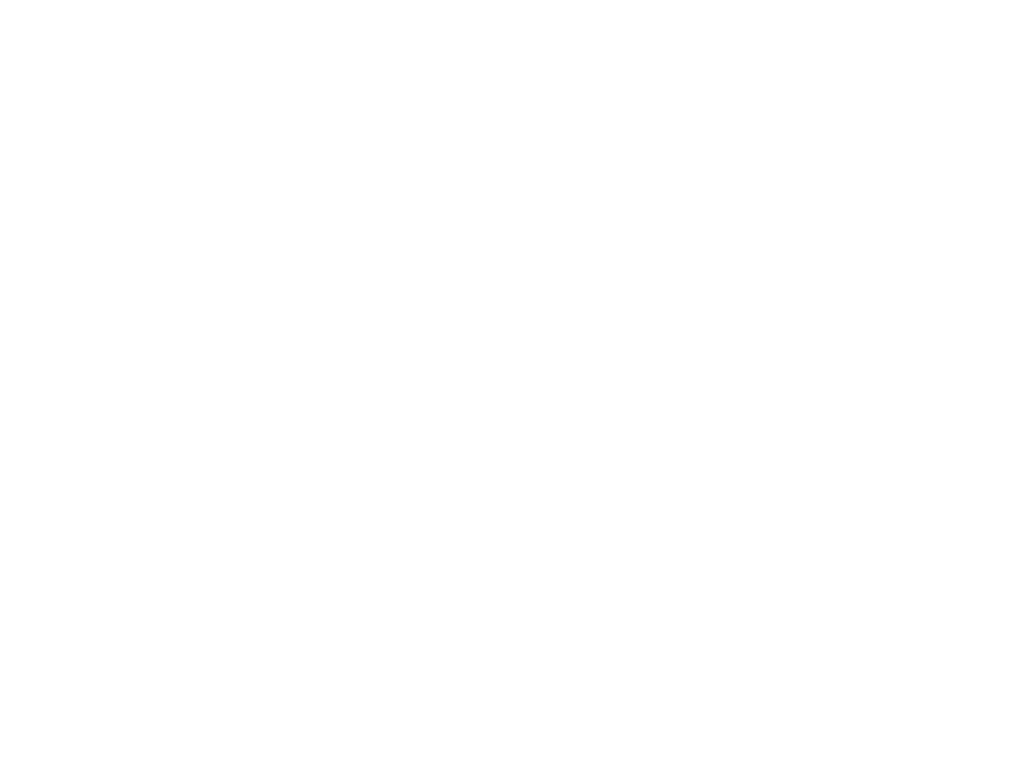
<source format=kicad_pcb>
(kicad_pcb (version 20171130) (host pcbnew "(5.1.6-0-10_14)")

  (general
    (thickness 1.6)
    (drawings 534)
    (tracks 0)
    (zones 0)
    (modules 0)
    (nets 1)
  )

  (page A4)
  (title_block
    (title "Torn Keyboard - Left")
    (rev 2.0)
  )

  (layers
    (0 F.Cu signal)
    (31 B.Cu signal)
    (32 B.Adhes user)
    (33 F.Adhes user)
    (34 B.Paste user)
    (35 F.Paste user)
    (36 B.SilkS user)
    (37 F.SilkS user)
    (38 B.Mask user)
    (39 F.Mask user)
    (40 Dwgs.User user)
    (41 Cmts.User user)
    (42 Eco1.User user)
    (43 Eco2.User user)
    (44 Edge.Cuts user)
    (45 Margin user)
    (46 B.CrtYd user)
    (47 F.CrtYd user)
    (48 B.Fab user)
    (49 F.Fab user)
  )

  (setup
    (last_trace_width 0.3)
    (user_trace_width 0.25)
    (user_trace_width 0.3)
    (user_trace_width 0.4)
    (user_trace_width 0.6)
    (trace_clearance 0.2)
    (zone_clearance 0.508)
    (zone_45_only no)
    (trace_min 0.15)
    (via_size 1)
    (via_drill 0.6)
    (via_min_size 0.4)
    (via_min_drill 0.3)
    (user_via 1.7 1)
    (uvia_size 0.3)
    (uvia_drill 0.1)
    (uvias_allowed no)
    (uvia_min_size 0.2)
    (uvia_min_drill 0.1)
    (edge_width 0.15)
    (segment_width 0.2)
    (pcb_text_width 0.2)
    (pcb_text_size 1 1)
    (mod_edge_width 0.15)
    (mod_text_size 1 1)
    (mod_text_width 0.15)
    (pad_size 4 4)
    (pad_drill 4)
    (pad_to_mask_clearance 0.2)
    (solder_mask_min_width 0.2)
    (aux_axis_origin 0 0)
    (visible_elements FFFFFF7F)
    (pcbplotparams
      (layerselection 0x010fc_ffffffff)
      (usegerberextensions true)
      (usegerberattributes true)
      (usegerberadvancedattributes true)
      (creategerberjobfile true)
      (excludeedgelayer true)
      (linewidth 0.100000)
      (plotframeref false)
      (viasonmask false)
      (mode 1)
      (useauxorigin false)
      (hpglpennumber 1)
      (hpglpenspeed 20)
      (hpglpendiameter 15.000000)
      (psnegative false)
      (psa4output false)
      (plotreference true)
      (plotvalue true)
      (plotinvisibletext false)
      (padsonsilk false)
      (subtractmaskfromsilk false)
      (outputformat 1)
      (mirror false)
      (drillshape 0)
      (scaleselection 1)
      (outputdirectory "gerber/"))
  )

  (net 0 "")

  (net_class Default "This is the default net class."
    (clearance 0.2)
    (trace_width 0.3)
    (via_dia 1)
    (via_drill 0.6)
    (uvia_dia 0.3)
    (uvia_drill 0.1)
  )

  (net_class Power ""
    (clearance 0.3)
    (trace_width 0.6)
    (via_dia 1.2)
    (via_drill 0.8)
    (uvia_dia 0.3)
    (uvia_drill 0.1)
  )

  (gr_line (start 58.65622 50.9016) (end 58.52922 50.9016) (layer Dwgs.User) (width 0.2))
  (gr_line (start 184.96534 145.21942) (end 193.66484 134.20852) (layer Dwgs.User) (width 0.2))
  (gr_line (start 144.64792 125.55728) (end 142.56258 125.02896) (layer Dwgs.User) (width 0.2))
  (gr_line (start 146.71802 126.1364) (end 144.64792 125.55728) (layer Dwgs.User) (width 0.2))
  (gr_line (start 148.7678 126.76886) (end 146.71802 126.1364) (layer Dwgs.User) (width 0.2))
  (gr_line (start 96.93656 49.17948) (end 96.93656 63.17996) (layer Dwgs.User) (width 0.2))
  (gr_line (start 167.93464 51.55438) (end 153.9367 51.55438) (layer Dwgs.User) (width 0.2))
  (gr_line (start 180.8861 145.9484) (end 181.08676 146.06778) (layer Dwgs.User) (width 0.2))
  (gr_line (start 180.69306 145.81378) (end 180.8861 145.9484) (layer Dwgs.User) (width 0.2))
  (gr_line (start 129.93624 105.70464) (end 115.93576 105.70464) (layer Dwgs.User) (width 0.2))
  (gr_line (start 172.1739 113.04778) (end 193.17208 129.90576) (layer Dwgs.User) (width 0.2))
  (gr_line (start 153.9367 65.55486) (end 167.93464 65.55486) (layer Dwgs.User) (width 0.2))
  (gr_line (start 167.93464 65.55486) (end 167.93464 51.55438) (layer Dwgs.User) (width 0.2))
  (gr_line (start 57.11698 51.40452) (end 57.32272 51.26736) (layer Dwgs.User) (width 0.2))
  (gr_line (start 57.32272 51.26736) (end 57.54116 51.15052) (layer Dwgs.User) (width 0.2))
  (gr_line (start 72.9361 67.92976) (end 72.9361 53.929279) (layer Dwgs.User) (width 0.2))
  (gr_line (start 115.93576 46.80458) (end 115.93576 60.80506) (layer Dwgs.User) (width 0.2))
  (gr_line (start 171.56176 127.61722) (end 171.49826 127.8382) (layer Dwgs.User) (width 0.2))
  (gr_line (start 172.82668 128.9812) (end 172.90034 128.9558) (layer Dwgs.User) (width 0.2))
  (gr_line (start 173.61662 139.84986) (end 171.83608 138.52652) (layer Dwgs.User) (width 0.2))
  (gr_line (start 175.37684 141.224) (end 173.61662 139.84986) (layer Dwgs.User) (width 0.2))
  (gr_line (start 177.11166 142.65148) (end 175.37684 141.224) (layer Dwgs.User) (width 0.2))
  (gr_line (start 150.7998 127.4572) (end 148.7678 126.76886) (layer Dwgs.User) (width 0.2))
  (gr_line (start 152.81402 128.19888) (end 150.7998 127.4572) (layer Dwgs.User) (width 0.2))
  (gr_line (start 154.80792 128.99136) (end 152.81402 128.19888) (layer Dwgs.User) (width 0.2))
  (gr_line (start 110.93704 101.1809) (end 110.93704 87.18042) (layer Dwgs.User) (width 0.2))
  (gr_line (start 153.9367 51.55438) (end 153.9367 65.55486) (layer Dwgs.User) (width 0.2))
  (gr_line (start 58.93562 91.93022) (end 58.93562 105.9307) (layer Dwgs.User) (width 0.2))
  (gr_line (start 72.9361 91.93022) (end 58.93562 91.93022) (layer Dwgs.User) (width 0.2))
  (gr_line (start 181.73446 146.32686) (end 181.96306 146.3802) (layer Dwgs.User) (width 0.2))
  (gr_line (start 181.51348 146.25828) (end 181.73446 146.32686) (layer Dwgs.User) (width 0.2))
  (gr_line (start 95.08236 46.62678) (end 95.13062 46.40834) (layer Dwgs.User) (width 0.2))
  (gr_line (start 95.08236 50.37582) (end 95.08236 46.62678) (layer Dwgs.User) (width 0.2))
  (gr_line (start 162.58794 132.69976) (end 160.67278 131.69392) (layer Dwgs.User) (width 0.2))
  (gr_line (start 164.48024 133.76148) (end 162.58794 132.69976) (layer Dwgs.User) (width 0.2))
  (gr_line (start 166.35222 134.874) (end 164.48024 133.76148) (layer Dwgs.User) (width 0.2))
  (gr_line (start 148.93544 82.17916) (end 148.93544 68.18122) (layer Dwgs.User) (width 0.2))
  (gr_line (start 72.9361 53.929279) (end 58.93562 53.929279) (layer Dwgs.User) (width 0.2))
  (gr_line (start 152.43048 66.21272) (end 152.3619 65.99936) (layer Dwgs.User) (width 0.2))
  (gr_line (start 152.4508 66.41338) (end 152.43048 66.21272) (layer Dwgs.User) (width 0.2))
  (gr_line (start 151.9936 65.56248) (end 151.79548 65.45834) (layer Dwgs.User) (width 0.2))
  (gr_line (start 152.15108 65.68948) (end 151.9936 65.56248) (layer Dwgs.User) (width 0.2))
  (gr_line (start 156.78404 129.83972) (end 154.80792 128.99136) (layer Dwgs.User) (width 0.2))
  (gr_line (start 158.73984 130.73888) (end 156.78404 129.83972) (layer Dwgs.User) (width 0.2))
  (gr_line (start 160.67278 131.69392) (end 158.73984 130.73888) (layer Dwgs.User) (width 0.2))
  (gr_line (start 76.33208 89.70264) (end 76.37272 89.47912) (layer Dwgs.User) (width 0.2))
  (gr_line (start 76.24318 89.90838) (end 76.33208 89.70264) (layer Dwgs.User) (width 0.2))
  (gr_line (start 148.93544 63.17996) (end 148.93544 49.17948) (layer Dwgs.User) (width 0.2))
  (gr_line (start 180.50764 145.66392) (end 180.69306 145.81378) (layer Dwgs.User) (width 0.2))
  (gr_line (start 184.85612 145.37436) (end 184.95518 145.25244) (layer Dwgs.User) (width 0.2))
  (gr_line (start 178.82108 144.1323) (end 177.11166 142.65148) (layer Dwgs.User) (width 0.2))
  (gr_line (start 180.50764 145.66392) (end 178.82108 144.1323) (layer Dwgs.User) (width 0.2))
  (gr_line (start 76.11364 90.08872) (end 76.24318 89.90838) (layer Dwgs.User) (width 0.2))
  (gr_line (start 75.946 90.23604) (end 76.11364 90.08872) (layer Dwgs.User) (width 0.2))
  (gr_line (start 172.6057 129.02946) (end 172.82668 128.9812) (layer Dwgs.User) (width 0.2))
  (gr_line (start 172.38218 129.02692) (end 172.6057 129.02946) (layer Dwgs.User) (width 0.2))
  (gr_line (start 58.65622 50.9016) (end 94.58198 50.8762) (layer Dwgs.User) (width 0.2))
  (gr_line (start 95.45828 46.14164) (end 95.58274 46.1264) (layer Dwgs.User) (width 0.2))
  (gr_line (start 58.59272 109.1311) (end 105.45572 109.1311) (layer Dwgs.User) (width 0.2))
  (gr_line (start 181.29758 146.16938) (end 181.51348 146.25828) (layer Dwgs.User) (width 0.2))
  (gr_line (start 181.08676 146.06778) (end 181.29758 146.16938) (layer Dwgs.User) (width 0.2))
  (gr_line (start 173.10862 118.90502) (end 160.52546 112.76584) (layer Dwgs.User) (width 0.2))
  (gr_line (start 149.12594 123.48718) (end 152.273 109.84484) (layer Dwgs.User) (width 0.2))
  (gr_line (start 138.33856 124.13996) (end 136.19988 123.7742) (layer Dwgs.User) (width 0.2))
  (gr_line (start 140.45692 124.55652) (end 138.33856 124.13996) (layer Dwgs.User) (width 0.2))
  (gr_line (start 142.56258 125.02896) (end 140.45692 124.55652) (layer Dwgs.User) (width 0.2))
  (gr_line (start 151.57704 65.40246) (end 151.42464 65.38976) (layer Dwgs.User) (width 0.2))
  (gr_line (start 151.79548 65.45834) (end 151.57704 65.40246) (layer Dwgs.User) (width 0.2))
  (gr_line (start 110.93704 49.17948) (end 96.93656 49.17948) (layer Dwgs.User) (width 0.2))
  (gr_line (start 153.9367 70.55612) (end 153.9367 84.55406) (layer Dwgs.User) (width 0.2))
  (gr_line (start 134.93496 87.18042) (end 134.93496 101.1809) (layer Dwgs.User) (width 0.2))
  (gr_line (start 148.93544 87.18042) (end 134.93496 87.18042) (layer Dwgs.User) (width 0.2))
  (gr_line (start 167.93464 70.55612) (end 153.9367 70.55612) (layer Dwgs.User) (width 0.2))
  (gr_line (start 148.93544 49.17948) (end 134.93496 49.17948) (layer Dwgs.User) (width 0.2))
  (gr_line (start 74.62774 90.12682) (end 74.80808 90.26906) (layer Dwgs.User) (width 0.2))
  (gr_line (start 76.37272 89.47912) (end 76.3778 89.40292) (layer Dwgs.User) (width 0.2))
  (gr_line (start 168.20134 136.03732) (end 166.35222 134.874) (layer Dwgs.User) (width 0.2))
  (gr_line (start 170.03014 137.25652) (end 168.20134 136.03732) (layer Dwgs.User) (width 0.2))
  (gr_line (start 171.83608 138.52652) (end 170.03014 137.25652) (layer Dwgs.User) (width 0.2))
  (gr_line (start 95.2627 46.2407) (end 95.45828 46.14164) (layer Dwgs.User) (width 0.2))
  (gr_line (start 95.13062 46.40834) (end 95.2627 46.2407) (layer Dwgs.User) (width 0.2))
  (gr_line (start 171.48556 128.06172) (end 171.52112 128.2827) (layer Dwgs.User) (width 0.2))
  (gr_line (start 171.49826 127.8382) (end 171.48556 128.06172) (layer Dwgs.User) (width 0.2))
  (gr_line (start 96.93656 63.17996) (end 110.93704 63.17996) (layer Dwgs.User) (width 0.2))
  (gr_line (start 77.93482 53.929279) (end 77.93482 67.92976) (layer Dwgs.User) (width 0.2))
  (gr_line (start 56.74868 51.73218) (end 56.92394 51.55946) (layer Dwgs.User) (width 0.2))
  (gr_line (start 56.92394 51.55946) (end 57.11698 51.40452) (layer Dwgs.User) (width 0.2))
  (gr_line (start 75.74534 90.3478) (end 75.946 90.23604) (layer Dwgs.User) (width 0.2))
  (gr_line (start 74.43978 88.94064) (end 74.40676 89.00922) (layer Dwgs.User) (width 0.2))
  (gr_line (start 183.06796 146.35734) (end 183.29656 146.30908) (layer Dwgs.User) (width 0.2))
  (gr_line (start 182.83174 146.38782) (end 183.06796 146.35734) (layer Dwgs.User) (width 0.2))
  (gr_line (start 113.1189 121.04878) (end 107.7849 110.63478) (layer Dwgs.User) (width 0.2))
  (gr_line (start 105.78338 109.12856) (end 106.05516 109.18444) (layer Dwgs.User) (width 0.2))
  (gr_line (start 105.4989 109.11078) (end 105.78338 109.12856) (layer Dwgs.User) (width 0.2))
  (gr_line (start 57.54116 51.15052) (end 57.7723 51.054) (layer Dwgs.User) (width 0.2))
  (gr_line (start 57.7723 51.054) (end 58.01614 50.98034) (layer Dwgs.User) (width 0.2))
  (gr_line (start 116.28628 122.94362) (end 116.00942 122.93346) (layer Dwgs.User) (width 0.2))
  (gr_line (start 107.66552 110.51032) (end 107.74172 110.6551) (layer Dwgs.User) (width 0.2))
  (gr_line (start 107.52836 110.2995) (end 107.66552 110.51032) (layer Dwgs.User) (width 0.2))
  (gr_line (start 107.36834 110.09376) (end 107.52836 110.2995) (layer Dwgs.User) (width 0.2))
  (gr_line (start 115.55476 122.88012) (end 115.78082 122.91314) (layer Dwgs.User) (width 0.2))
  (gr_line (start 115.33378 122.82932) (end 115.55476 122.88012) (layer Dwgs.User) (width 0.2))
  (gr_line (start 115.11534 122.76582) (end 115.33378 122.82932) (layer Dwgs.User) (width 0.2))
  (gr_line (start 135.4836 120.33758) (end 149.12594 123.48718) (layer Dwgs.User) (width 0.2))
  (gr_line (start 91.9353 105.9307) (end 91.9353 91.93022) (layer Dwgs.User) (width 0.2))
  (gr_line (start 118.27764 122.806459) (end 116.00942 122.93346) (layer Dwgs.User) (width 0.2))
  (gr_line (start 106.807 109.53242) (end 107.02544 109.69752) (layer Dwgs.User) (width 0.2))
  (gr_line (start 106.56824 109.39018) (end 106.807 109.53242) (layer Dwgs.User) (width 0.2))
  (gr_line (start 106.31932 109.27334) (end 106.56824 109.39018) (layer Dwgs.User) (width 0.2))
  (gr_line (start 106.05516 109.18444) (end 106.31932 109.27334) (layer Dwgs.User) (width 0.2))
  (gr_line (start 182.67426 146.39798) (end 182.83174 146.38782) (layer Dwgs.User) (width 0.2))
  (gr_line (start 182.43804 146.40052) (end 182.67426 146.39798) (layer Dwgs.User) (width 0.2))
  (gr_line (start 182.20436 146.38274) (end 182.43804 146.40052) (layer Dwgs.User) (width 0.2))
  (gr_line (start 181.97322 146.34718) (end 182.20436 146.38274) (layer Dwgs.User) (width 0.2))
  (gr_line (start 120.53316 122.73534) (end 118.27764 122.806459) (layer Dwgs.User) (width 0.2))
  (gr_line (start 122.77598 122.71756) (end 120.53316 122.73534) (layer Dwgs.User) (width 0.2))
  (gr_line (start 125.00356 122.75566) (end 122.77598 122.71756) (layer Dwgs.User) (width 0.2))
  (gr_line (start 127.21844 122.84964) (end 125.00356 122.75566) (layer Dwgs.User) (width 0.2))
  (gr_line (start 129.41808 122.99696) (end 127.21844 122.84964) (layer Dwgs.User) (width 0.2))
  (gr_line (start 131.60502 123.19762) (end 129.41808 122.99696) (layer Dwgs.User) (width 0.2))
  (gr_line (start 133.77418 123.45416) (end 131.60502 123.19762) (layer Dwgs.User) (width 0.2))
  (gr_line (start 135.93064 123.76404) (end 133.77418 123.45416) (layer Dwgs.User) (width 0.2))
  (gr_line (start 160.4772 131.67614) (end 158.53156 130.72364) (layer Dwgs.User) (width 0.2))
  (gr_line (start 162.40506 132.68198) (end 160.4772 131.67614) (layer Dwgs.User) (width 0.2))
  (gr_line (start 164.31006 133.74116) (end 162.40506 132.68198) (layer Dwgs.User) (width 0.2))
  (gr_line (start 166.19728 134.85368) (end 164.31006 133.74116) (layer Dwgs.User) (width 0.2))
  (gr_line (start 168.06164 136.017) (end 166.19728 134.85368) (layer Dwgs.User) (width 0.2))
  (gr_line (start 169.90822 137.23366) (end 168.06164 136.017) (layer Dwgs.User) (width 0.2))
  (gr_line (start 171.7294 138.50112) (end 169.90822 137.23366) (layer Dwgs.User) (width 0.2))
  (gr_line (start 113.63198 121.79808) (end 113.78692 121.960639) (layer Dwgs.User) (width 0.2))
  (gr_line (start 113.4872 121.62536) (end 113.63198 121.79808) (layer Dwgs.User) (width 0.2))
  (gr_line (start 113.35258 121.44248) (end 113.4872 121.62536) (layer Dwgs.User) (width 0.2))
  (gr_line (start 113.23066 121.24944) (end 113.35258 121.44248) (layer Dwgs.User) (width 0.2))
  (gr_line (start 113.1189 121.04878) (end 113.23066 121.24944) (layer Dwgs.User) (width 0.2))
  (gr_line (start 183.74106 146.16176) (end 183.95188 146.0627) (layer Dwgs.User) (width 0.2))
  (gr_line (start 183.52262 146.24304) (end 183.74106 146.16176) (layer Dwgs.User) (width 0.2))
  (gr_line (start 183.29656 146.30908) (end 183.52262 146.24304) (layer Dwgs.User) (width 0.2))
  (gr_line (start 180.89626 145.91538) (end 181.09692 146.03476) (layer Dwgs.User) (width 0.2))
  (gr_line (start 180.70322 145.77822) (end 180.89626 145.91538) (layer Dwgs.User) (width 0.2))
  (gr_line (start 180.5178 145.62836) (end 180.70322 145.77822) (layer Dwgs.User) (width 0.2))
  (gr_line (start 184.86628 145.34134) (end 184.96534 145.21942) (layer Dwgs.User) (width 0.2))
  (gr_line (start 184.70626 145.51406) (end 184.86628 145.34134) (layer Dwgs.User) (width 0.2))
  (gr_line (start 150.51278 65.95364) (end 150.47976 66.02222) (layer Dwgs.User) (width 0.2))
  (gr_line (start 58.01614 50.98034) (end 58.2676 50.92954) (layer Dwgs.User) (width 0.2))
  (gr_line (start 58.2676 50.92954) (end 58.52922 50.9016) (layer Dwgs.User) (width 0.2))
  (gr_line (start 58.5724 109.11332) (end 105.4989 109.11078) (layer Dwgs.User) (width 0.2))
  (gr_line (start 107.7087 110.49) (end 107.7849 110.63478) (layer Dwgs.User) (width 0.2))
  (gr_line (start 181.74462 146.29384) (end 181.97322 146.34718) (layer Dwgs.User) (width 0.2))
  (gr_line (start 181.52364 146.22272) (end 181.74462 146.29384) (layer Dwgs.User) (width 0.2))
  (gr_line (start 181.30774 146.13636) (end 181.52364 146.22272) (layer Dwgs.User) (width 0.2))
  (gr_line (start 181.09692 146.03476) (end 181.30774 146.13636) (layer Dwgs.User) (width 0.2))
  (gr_line (start 107.18546 109.89818) (end 107.36834 110.09376) (layer Dwgs.User) (width 0.2))
  (gr_line (start 106.98226 109.71784) (end 107.18546 109.89818) (layer Dwgs.User) (width 0.2))
  (gr_curve (pts (xy 58.570876 109.114082) (xy 57.19127 109.148939) (xy 56.036088 108.07619) (xy 55.9689 106.69778)) (layer Dwgs.User) (width 0.2))
  (gr_line (start 115.78082 122.91314) (end 116.00942 122.93346) (layer Dwgs.User) (width 0.2))
  (gr_line (start 138.06932 124.12726) (end 135.93064 123.76404) (layer Dwgs.User) (width 0.2))
  (gr_line (start 140.19276 124.54636) (end 138.06932 124.12726) (layer Dwgs.User) (width 0.2))
  (gr_line (start 142.30096 125.0188) (end 140.19276 124.54636) (layer Dwgs.User) (width 0.2))
  (gr_line (start 144.39138 125.54458) (end 142.30096 125.0188) (layer Dwgs.User) (width 0.2))
  (gr_line (start 146.46402 126.1237) (end 144.39138 125.54458) (layer Dwgs.User) (width 0.2))
  (gr_line (start 148.52142 126.75616) (end 146.46402 126.1237) (layer Dwgs.User) (width 0.2))
  (gr_line (start 150.5585 127.4445) (end 148.52142 126.75616) (layer Dwgs.User) (width 0.2))
  (gr_line (start 152.58034 128.18364) (end 150.5585 127.4445) (layer Dwgs.User) (width 0.2))
  (gr_line (start 154.58186 128.97866) (end 152.58034 128.18364) (layer Dwgs.User) (width 0.2))
  (gr_line (start 156.5656 129.82448) (end 154.58186 128.97866) (layer Dwgs.User) (width 0.2))
  (gr_line (start 158.53156 130.72364) (end 156.5656 129.82448) (layer Dwgs.User) (width 0.2))
  (gr_line (start 107.57154 110.27918) (end 107.7087 110.49) (layer Dwgs.User) (width 0.2))
  (gr_line (start 107.41152 110.07344) (end 107.57154 110.27918) (layer Dwgs.User) (width 0.2))
  (gr_line (start 107.22864 109.87786) (end 107.41152 110.07344) (layer Dwgs.User) (width 0.2))
  (gr_line (start 107.02544 109.69752) (end 107.22864 109.87786) (layer Dwgs.User) (width 0.2))
  (gr_line (start 114.90452 122.68962) (end 115.11534 122.76582) (layer Dwgs.User) (width 0.2))
  (gr_line (start 114.70132 122.598179) (end 114.90452 122.68962) (layer Dwgs.User) (width 0.2))
  (gr_line (start 114.5032 122.49658) (end 114.70132 122.598179) (layer Dwgs.User) (width 0.2))
  (gr_line (start 114.31016 122.37974) (end 114.5032 122.49658) (layer Dwgs.User) (width 0.2))
  (gr_line (start 114.12728 122.2502) (end 114.31016 122.37974) (layer Dwgs.User) (width 0.2))
  (gr_line (start 113.95456 122.1105) (end 114.12728 122.2502) (layer Dwgs.User) (width 0.2))
  (gr_line (start 113.78692 121.960639) (end 113.95456 122.1105) (layer Dwgs.User) (width 0.2))
  (gr_line (start 184.53354 145.67154) (end 184.70626 145.51406) (layer Dwgs.User) (width 0.2))
  (gr_line (start 184.34812 145.81632) (end 184.53354 145.67154) (layer Dwgs.User) (width 0.2))
  (gr_line (start 184.15508 145.94586) (end 184.34812 145.81632) (layer Dwgs.User) (width 0.2))
  (gr_line (start 183.95188 146.0627) (end 184.15508 145.94586) (layer Dwgs.User) (width 0.2))
  (gr_line (start 173.5328 139.82192) (end 171.7294 138.50112) (layer Dwgs.User) (width 0.2))
  (gr_line (start 175.31334 141.19606) (end 173.5328 139.82192) (layer Dwgs.User) (width 0.2))
  (gr_line (start 177.07102 142.621) (end 175.31334 141.19606) (layer Dwgs.User) (width 0.2))
  (gr_line (start 178.80584 144.09928) (end 177.07102 142.621) (layer Dwgs.User) (width 0.2))
  (gr_line (start 114.12728 122.2502) (end 114.31016 122.37974) (layer Dwgs.User) (width 0.2))
  (gr_line (start 113.95456 122.1105) (end 114.12728 122.2502) (layer Dwgs.User) (width 0.2))
  (gr_line (start 150.70074 67.13982) (end 150.88108 67.28206) (layer Dwgs.User) (width 0.2))
  (gr_line (start 152.44572 66.49212) (end 152.4508 66.41338) (layer Dwgs.User) (width 0.2))
  (gr_line (start 134.93496 68.18122) (end 134.93496 82.17916) (layer Dwgs.User) (width 0.2))
  (gr_line (start 129.93624 65.80378) (end 115.93576 65.80378) (layer Dwgs.User) (width 0.2))
  (gr_line (start 131.8768 123.20778) (end 129.69494 123.00712) (layer Dwgs.User) (width 0.2))
  (gr_line (start 134.04596 123.46432) (end 131.8768 123.20778) (layer Dwgs.User) (width 0.2))
  (gr_line (start 136.19988 123.7742) (end 134.04596 123.46432) (layer Dwgs.User) (width 0.2))
  (gr_line (start 75.00874 90.36558) (end 75.22718 90.41892) (layer Dwgs.User) (width 0.2))
  (gr_line (start 74.80808 90.26906) (end 75.00874 90.36558) (layer Dwgs.User) (width 0.2))
  (gr_line (start 95.58274 46.1264) (end 113.58372 46.1264) (layer Dwgs.User) (width 0.2))
  (gr_line (start 114.45748 43.8912) (end 114.58194 43.87596) (layer Dwgs.User) (width 0.2))
  (gr_line (start 113.4872 121.62536) (end 113.63198 121.79808) (layer Dwgs.User) (width 0.2))
  (gr_line (start 113.35258 121.44248) (end 113.4872 121.62536) (layer Dwgs.User) (width 0.2))
  (gr_line (start 182.6641 146.43354) (end 182.82158 146.42338) (layer Dwgs.User) (width 0.2))
  (gr_line (start 182.42788 146.43354) (end 182.6641 146.43354) (layer Dwgs.User) (width 0.2))
  (gr_line (start 182.1942 146.41576) (end 182.42788 146.43354) (layer Dwgs.User) (width 0.2))
  (gr_line (start 181.96306 146.3802) (end 182.1942 146.41576) (layer Dwgs.User) (width 0.2))
  (gr_line (start 114.26444 43.99026) (end 114.45748 43.8912) (layer Dwgs.User) (width 0.2))
  (gr_line (start 151.08174 67.37858) (end 151.30018 67.43192) (layer Dwgs.User) (width 0.2))
  (gr_line (start 150.88108 67.28206) (end 151.08174 67.37858) (layer Dwgs.User) (width 0.2))
  (gr_line (start 152.18664 67.10172) (end 152.31618 66.92138) (layer Dwgs.User) (width 0.2))
  (gr_line (start 152.019 67.24904) (end 152.18664 67.10172) (layer Dwgs.User) (width 0.2))
  (gr_line (start 118.5545 122.81662) (end 116.28628 122.94362) (layer Dwgs.User) (width 0.2))
  (gr_line (start 120.81002 122.7455) (end 118.5545 122.81662) (layer Dwgs.User) (width 0.2))
  (gr_line (start 123.05284 122.72772) (end 120.81002 122.7455) (layer Dwgs.User) (width 0.2))
  (gr_line (start 113.23066 121.24944) (end 113.35258 121.44248) (layer Dwgs.User) (width 0.2))
  (gr_line (start 113.1189 121.04878) (end 113.23066 121.24944) (layer Dwgs.User) (width 0.2))
  (gr_line (start 152.25014 65.80632) (end 152.15108 65.68948) (layer Dwgs.User) (width 0.2))
  (gr_line (start 152.3619 65.99936) (end 152.25014 65.80632) (layer Dwgs.User) (width 0.2))
  (gr_line (start 125.28042 122.76582) (end 123.05284 122.72772) (layer Dwgs.User) (width 0.2))
  (gr_line (start 127.4953 122.8598) (end 125.28042 122.76582) (layer Dwgs.User) (width 0.2))
  (gr_line (start 129.69494 123.00712) (end 127.4953 122.8598) (layer Dwgs.User) (width 0.2))
  (gr_line (start 152.40508 66.71564) (end 152.44572 66.49212) (layer Dwgs.User) (width 0.2))
  (gr_line (start 152.31618 66.92138) (end 152.40508 66.71564) (layer Dwgs.User) (width 0.2))
  (gr_line (start 75.4507 90.42146) (end 75.67168 90.3732) (layer Dwgs.User) (width 0.2))
  (gr_line (start 75.22718 90.41892) (end 75.4507 90.42146) (layer Dwgs.User) (width 0.2))
  (gr_line (start 171.6024 128.48844) (end 171.73194 128.6764) (layer Dwgs.User) (width 0.2))
  (gr_line (start 171.52112 128.2827) (end 171.6024 128.48844) (layer Dwgs.User) (width 0.2))
  (gr_line (start 113.78692 121.960639) (end 113.95456 122.1105) (layer Dwgs.User) (width 0.2))
  (gr_line (start 113.63198 121.79808) (end 113.78692 121.960639) (layer Dwgs.User) (width 0.2))
  (gr_line (start 151.81834 67.3608) (end 152.019 67.24904) (layer Dwgs.User) (width 0.2))
  (gr_line (start 75.67168 90.3732) (end 75.74534 90.3478) (layer Dwgs.User) (width 0.2))
  (gr_line (start 56.44896 52.12334) (end 56.58866 51.92014) (layer Dwgs.User) (width 0.2))
  (gr_line (start 56.58866 51.92014) (end 56.74868 51.73218) (layer Dwgs.User) (width 0.2))
  (gr_line (start 151.5237 67.43446) (end 151.74468 67.3862) (layer Dwgs.User) (width 0.2))
  (gr_line (start 151.30018 67.43192) (end 151.5237 67.43446) (layer Dwgs.User) (width 0.2))
  (gr_line (start 56.22798 52.5653) (end 56.32704 52.33924) (layer Dwgs.User) (width 0.2))
  (gr_line (start 56.32704 52.33924) (end 56.44896 52.12334) (layer Dwgs.User) (width 0.2))
  (gr_line (start 132.60324 113.13414) (end 132.47878 113.32464) (layer Dwgs.User) (width 0.2))
  (gr_line (start 132.76326 112.97666) (end 132.60324 113.13414) (layer Dwgs.User) (width 0.2))
  (gr_line (start 56.05272 53.568599) (end 56.06034 53.30698) (layer Dwgs.User) (width 0.2))
  (gr_line (start 56.06034 53.30698) (end 56.09082 53.05044) (layer Dwgs.User) (width 0.2))
  (gr_line (start 129.93624 84.80552) (end 115.93576 84.80552) (layer Dwgs.User) (width 0.2))
  (gr_line (start 91.9353 86.92896) (end 91.9353 72.93102) (layer Dwgs.User) (width 0.2))
  (gr_line (start 115.93576 65.80378) (end 115.93576 79.80426) (layer Dwgs.User) (width 0.2))
  (gr_line (start 134.93496 82.17916) (end 148.93544 82.17916) (layer Dwgs.User) (width 0.2))
  (gr_line (start 194.22872 131.5085) (end 194.16014 131.2926) (layer Dwgs.User) (width 0.2))
  (gr_line (start 194.27952 131.72694) (end 194.22872 131.5085) (layer Dwgs.User) (width 0.2))
  (gr_line (start 173.5328 128.01092) (end 173.51248 127.80772) (layer Dwgs.User) (width 0.2))
  (gr_line (start 172.65904 126.99746) (end 172.50664 126.98476) (layer Dwgs.User) (width 0.2))
  (gr_line (start 194.31254 131.953) (end 194.27952 131.72694) (layer Dwgs.User) (width 0.2))
  (gr_line (start 113.9698 45.94352) (end 114.06632 45.75048) (layer Dwgs.User) (width 0.2))
  (gr_line (start 173.4439 127.59436) (end 173.33214 127.40132) (layer Dwgs.User) (width 0.2))
  (gr_line (start 173.51248 127.80772) (end 173.4439 127.59436) (layer Dwgs.User) (width 0.2))
  (gr_line (start 151.26716 48.51146) (end 151.4602 48.61052) (layer Dwgs.User) (width 0.2))
  (gr_line (start 151.13508 48.34382) (end 151.26716 48.51146) (layer Dwgs.User) (width 0.2))
  (gr_line (start 151.08682 48.12538) (end 151.13508 48.34382) (layer Dwgs.User) (width 0.2))
  (gr_line (start 151.08682 46.62678) (end 151.08682 48.12538) (layer Dwgs.User) (width 0.2))
  (gr_line (start 114.5032 122.49658) (end 114.70132 122.598179) (layer Dwgs.User) (width 0.2))
  (gr_line (start 114.31016 122.37974) (end 114.5032 122.49658) (layer Dwgs.User) (width 0.2))
  (gr_line (start 56.09082 53.05044) (end 56.1467 52.80406) (layer Dwgs.User) (width 0.2))
  (gr_line (start 56.1467 52.80406) (end 56.22798 52.5653) (layer Dwgs.User) (width 0.2))
  (gr_line (start 94.96806 50.69332) (end 95.06712 50.50028) (layer Dwgs.User) (width 0.2))
  (gr_line (start 94.79788 50.82794) (end 94.96806 50.69332) (layer Dwgs.User) (width 0.2))
  (gr_line (start 110.93704 63.17996) (end 110.93704 49.17948) (layer Dwgs.User) (width 0.2))
  (gr_line (start 115.93576 79.80426) (end 129.93624 79.80426) (layer Dwgs.User) (width 0.2))
  (gr_line (start 58.08726 109.09554) (end 57.84342 109.03966) (layer Dwgs.User) (width 0.2))
  (gr_line (start 57.84342 109.03966) (end 57.61228 108.96346) (layer Dwgs.User) (width 0.2))
  (gr_line (start 58.59272 109.1311) (end 58.33618 109.12602) (layer Dwgs.User) (width 0.2))
  (gr_line (start 58.33618 109.12602) (end 58.08726 109.09554) (layer Dwgs.User) (width 0.2))
  (gr_line (start 115.93576 98.806) (end 129.93624 98.806) (layer Dwgs.User) (width 0.2))
  (gr_line (start 115.93576 84.80552) (end 115.93576 98.806) (layer Dwgs.User) (width 0.2))
  (gr_line (start 76.07808 88.67648) (end 75.9206 88.54948) (layer Dwgs.User) (width 0.2))
  (gr_line (start 151.74468 67.3862) (end 151.81834 67.3608) (layer Dwgs.User) (width 0.2))
  (gr_line (start 57.17794 108.74756) (end 56.98236 108.60786) (layer Dwgs.User) (width 0.2))
  (gr_line (start 173.33214 127.40132) (end 173.23308 127.28448) (layer Dwgs.User) (width 0.2))
  (gr_line (start 132.58546 46.1264) (end 150.58644 46.1264) (layer Dwgs.User) (width 0.2))
  (gr_line (start 151.4602 48.61052) (end 151.58466 48.62576) (layer Dwgs.User) (width 0.2))
  (gr_line (start 76.3778 89.40292) (end 76.35748 89.19972) (layer Dwgs.User) (width 0.2))
  (gr_line (start 75.50404 88.38946) (end 75.35164 88.37676) (layer Dwgs.User) (width 0.2))
  (gr_line (start 115.78082 122.91314) (end 116.00942 122.93346) (layer Dwgs.User) (width 0.2))
  (gr_line (start 115.55476 122.88012) (end 115.78082 122.91314) (layer Dwgs.User) (width 0.2))
  (gr_line (start 132.95122 112.85982) (end 132.76326 112.97666) (layer Dwgs.User) (width 0.2))
  (gr_line (start 133.16458 112.78616) (end 132.95122 112.85982) (layer Dwgs.User) (width 0.2))
  (gr_line (start 94.58198 50.8762) (end 94.79788 50.82794) (layer Dwgs.User) (width 0.2))
  (gr_line (start 113.79962 46.0756) (end 113.9698 45.94352) (layer Dwgs.User) (width 0.2))
  (gr_line (start 113.58372 46.1264) (end 113.79962 46.0756) (layer Dwgs.User) (width 0.2))
  (gr_line (start 57.61228 108.96346) (end 57.38876 108.8644) (layer Dwgs.User) (width 0.2))
  (gr_line (start 57.38876 108.8644) (end 57.17794 108.74756) (layer Dwgs.User) (width 0.2))
  (gr_line (start 55.98922 106.71302) (end 56.05272 53.568599) (layer Dwgs.User) (width 0.2))
  (gr_line (start 95.06712 50.50028) (end 95.08236 50.37582) (layer Dwgs.User) (width 0.2))
  (gr_line (start 150.80234 46.17466) (end 150.97252 46.30674) (layer Dwgs.User) (width 0.2))
  (gr_line (start 150.58644 46.1264) (end 150.80234 46.17466) (layer Dwgs.User) (width 0.2))
  (gr_line (start 75.72248 88.44534) (end 75.50404 88.38946) (layer Dwgs.User) (width 0.2))
  (gr_line (start 75.9206 88.54948) (end 75.72248 88.44534) (layer Dwgs.User) (width 0.2))
  (gr_line (start 115.33378 122.82932) (end 115.55476 122.88012) (layer Dwgs.User) (width 0.2))
  (gr_line (start 115.11534 122.76582) (end 115.33378 122.82932) (layer Dwgs.User) (width 0.2))
  (gr_line (start 151.58466 48.62576) (end 170.5229 48.65878) (layer Dwgs.User) (width 0.2))
  (gr_line (start 171.0309 49.16678) (end 171.0309 111.01578) (layer Dwgs.User) (width 0.2))
  (gr_line (start 173.23308 127.28448) (end 173.0756 127.15748) (layer Dwgs.User) (width 0.2))
  (gr_line (start 171.73194 128.6764) (end 171.78274 128.73482) (layer Dwgs.User) (width 0.2))
  (gr_line (start 114.90452 122.68962) (end 115.11534 122.76582) (layer Dwgs.User) (width 0.2))
  (gr_line (start 114.70132 122.598179) (end 114.90452 122.68962) (layer Dwgs.User) (width 0.2))
  (gr_line (start 133.39064 112.76076) (end 133.16458 112.78616) (layer Dwgs.User) (width 0.2))
  (gr_line (start 194.07886 131.08178) (end 193.98234 130.88112) (layer Dwgs.User) (width 0.2))
  (gr_line (start 194.16014 131.2926) (end 194.07886 131.08178) (layer Dwgs.User) (width 0.2))
  (gr_line (start 151.06904 46.49978) (end 151.08682 46.62678) (layer Dwgs.User) (width 0.2))
  (gr_line (start 150.97252 46.30674) (end 151.06904 46.49978) (layer Dwgs.User) (width 0.2))
  (gr_line (start 172.87748 127.05334) (end 172.65904 126.99746) (layer Dwgs.User) (width 0.2))
  (gr_line (start 173.0756 127.15748) (end 172.87748 127.05334) (layer Dwgs.User) (width 0.2))
  (gr_line (start 114.58194 43.87596) (end 131.5847 43.87596) (layer Dwgs.User) (width 0.2))
  (gr_line (start 132.45846 46.10862) (end 132.58546 46.1264) (layer Dwgs.User) (width 0.2))
  (gr_line (start 115.93576 119.70512) (end 129.93624 119.70512) (layer Dwgs.User) (width 0.2))
  (gr_line (start 115.93576 105.70464) (end 115.93576 119.70512) (layer Dwgs.User) (width 0.2))
  (gr_line (start 180.5178 145.62836) (end 178.80584 144.09928) (layer Dwgs.User) (width 0.2))
  (gr_line (start 56.4769 108.09478) (end 56.34482 107.89412) (layer Dwgs.User) (width 0.2))
  (gr_line (start 56.34482 107.89412) (end 56.23052 107.67822) (layer Dwgs.User) (width 0.2))
  (gr_line (start 151.42464 65.38976) (end 151.42464 65.38976) (layer Dwgs.User) (width 0.2))
  (gr_line (start 96.93656 87.18042) (end 96.93656 101.1809) (layer Dwgs.User) (width 0.2))
  (gr_line (start 110.93704 87.18042) (end 96.93656 87.18042) (layer Dwgs.User) (width 0.2))
  (gr_line (start 56.23052 107.67822) (end 56.13654 107.45216) (layer Dwgs.User) (width 0.2))
  (gr_line (start 56.13654 107.45216) (end 56.06288 107.21594) (layer Dwgs.User) (width 0.2))
  (gr_line (start 56.06288 107.21594) (end 56.01462 106.96956) (layer Dwgs.User) (width 0.2))
  (gr_line (start 74.33056 89.45372) (end 74.36612 89.6747) (layer Dwgs.User) (width 0.2))
  (gr_line (start 74.34326 89.2302) (end 74.33056 89.45372) (layer Dwgs.User) (width 0.2))
  (gr_line (start 132.0673 44.24934) (end 132.08508 44.37634) (layer Dwgs.User) (width 0.2))
  (gr_line (start 131.97078 44.0563) (end 132.0673 44.24934) (layer Dwgs.User) (width 0.2))
  (gr_line (start 56.01462 106.96956) (end 55.98922 106.71302) (layer Dwgs.User) (width 0.2))
  (gr_line (start 113.1189 121.04878) (end 107.74172 110.6551) (layer Dwgs.User) (width 0.2))
  (gr_line (start 77.93482 86.92896) (end 91.9353 86.92896) (layer Dwgs.User) (width 0.2))
  (gr_line (start 77.93482 72.93102) (end 77.93482 86.92896) (layer Dwgs.User) (width 0.2))
  (gr_line (start 74.40676 89.00922) (end 74.34326 89.2302) (layer Dwgs.User) (width 0.2))
  (gr_line (start 133.54304 112.77346) (end 133.39064 112.76076) (layer Dwgs.User) (width 0.2))
  (gr_line (start 76.0476 69.49948) (end 75.84948 69.39534) (layer Dwgs.User) (width 0.2))
  (gr_line (start 76.20508 69.62648) (end 76.0476 69.49948) (layer Dwgs.User) (width 0.2))
  (gr_line (start 114.0841 44.37634) (end 114.13236 44.1579) (layer Dwgs.User) (width 0.2))
  (gr_line (start 114.0841 45.62602) (end 114.0841 44.37634) (layer Dwgs.User) (width 0.2))
  (gr_curve (pts (xy 170.88211 48.80757) (xy 170.977379 48.902838) (xy 171.0309 49.03205) (xy 171.0309 49.16678)) (layer Dwgs.User) (width 0.2))
  (gr_curve (pts (xy 170.5229 48.65878) (xy 170.65763 48.65878) (xy 170.786842 48.712301) (xy 170.88211 48.80757)) (layer Dwgs.User) (width 0.2))
  (gr_line (start 171.0309 111.01578) (end 171.0563 111.252) (layer Dwgs.User) (width 0.2))
  (gr_line (start 194.32778 132.1054) (end 194.31254 131.953) (layer Dwgs.User) (width 0.2))
  (gr_line (start 171.09948 111.4806) (end 171.16044 111.70412) (layer Dwgs.User) (width 0.2))
  (gr_line (start 171.0563 111.252) (end 171.09948 111.4806) (layer Dwgs.User) (width 0.2))
  (gr_line (start 171.23918 111.91748) (end 171.3357 112.12068) (layer Dwgs.User) (width 0.2))
  (gr_line (start 171.16044 111.70412) (end 171.23918 111.91748) (layer Dwgs.User) (width 0.2))
  (gr_line (start 75.79868 71.3232) (end 75.87234 71.2978) (layer Dwgs.User) (width 0.2))
  (gr_line (start 75.5777 71.37146) (end 75.79868 71.3232) (layer Dwgs.User) (width 0.2))
  (gr_line (start 154.38882 125.349) (end 166.97198 131.48818) (layer Dwgs.User) (width 0.2))
  (gr_line (start 160.52546 112.76584) (end 154.38882 125.349) (layer Dwgs.User) (width 0.2))
  (gr_line (start 134.93496 63.17996) (end 148.93544 63.17996) (layer Dwgs.User) (width 0.2))
  (gr_line (start 91.9353 91.93022) (end 77.93482 91.93022) (layer Dwgs.User) (width 0.2))
  (gr_line (start 153.9367 89.55532) (end 153.9367 103.5558) (layer Dwgs.User) (width 0.2))
  (gr_line (start 180.48986 123.60656) (end 171.68114 134.48792) (layer Dwgs.User) (width 0.2))
  (gr_line (start 191.37122 132.41782) (end 180.48986 123.60656) (layer Dwgs.User) (width 0.2))
  (gr_line (start 166.97198 131.48818) (end 173.10862 118.90502) (layer Dwgs.User) (width 0.2))
  (gr_line (start 132.61594 114.4524) (end 132.66674 114.51082) (layer Dwgs.User) (width 0.2))
  (gr_line (start 132.4864 114.26444) (end 132.61594 114.4524) (layer Dwgs.User) (width 0.2))
  (gr_line (start 134.21614 113.17732) (end 134.11708 113.06048) (layer Dwgs.User) (width 0.2))
  (gr_line (start 134.3279 113.37036) (end 134.21614 113.17732) (layer Dwgs.User) (width 0.2))
  (gr_line (start 134.39648 113.58372) (end 134.3279 113.37036) (layer Dwgs.User) (width 0.2))
  (gr_line (start 134.4168 113.78692) (end 134.39648 113.58372) (layer Dwgs.User) (width 0.2))
  (gr_line (start 133.985 114.62004) (end 134.15264 114.47272) (layer Dwgs.User) (width 0.2))
  (gr_line (start 133.78434 114.7318) (end 133.985 114.62004) (layer Dwgs.User) (width 0.2))
  (gr_line (start 131.8006 43.92422) (end 131.97078 44.0563) (layer Dwgs.User) (width 0.2))
  (gr_line (start 131.5847 43.87596) (end 131.8006 43.92422) (layer Dwgs.User) (width 0.2))
  (gr_line (start 105.45572 109.1311) (end 105.7402 109.14888) (layer Dwgs.User) (width 0.2))
  (gr_line (start 56.6293 108.28274) (end 56.4769 108.09478) (layer Dwgs.User) (width 0.2))
  (gr_line (start 75.03922 69.42582) (end 74.85126 69.54266) (layer Dwgs.User) (width 0.2))
  (gr_line (start 75.25258 69.35216) (end 75.03922 69.42582) (layer Dwgs.User) (width 0.2))
  (gr_line (start 183.51246 146.27606) (end 183.7309 146.19478) (layer Dwgs.User) (width 0.2))
  (gr_line (start 183.2864 146.3421) (end 183.51246 146.27606) (layer Dwgs.User) (width 0.2))
  (gr_line (start 193.60642 130.32486) (end 193.45402 130.15722) (layer Dwgs.User) (width 0.2))
  (gr_line (start 193.74358 130.50012) (end 193.60642 130.32486) (layer Dwgs.User) (width 0.2))
  (gr_line (start 129.93624 98.806) (end 129.93624 84.80552) (layer Dwgs.User) (width 0.2))
  (gr_line (start 76.17714 88.79332) (end 76.07808 88.67648) (layer Dwgs.User) (width 0.2))
  (gr_line (start 75.63104 69.33946) (end 75.47864 69.32676) (layer Dwgs.User) (width 0.2))
  (gr_line (start 75.84948 69.39534) (end 75.63104 69.33946) (layer Dwgs.User) (width 0.2))
  (gr_line (start 172.16374 128.97358) (end 172.38218 129.02692) (layer Dwgs.User) (width 0.2))
  (gr_line (start 171.96308 128.87706) (end 172.16374 128.97358) (layer Dwgs.User) (width 0.2))
  (gr_line (start 133.26618 114.80292) (end 133.4897 114.80546) (layer Dwgs.User) (width 0.2))
  (gr_line (start 133.04774 114.74958) (end 133.26618 114.80292) (layer Dwgs.User) (width 0.2))
  (gr_line (start 171.78274 128.73482) (end 171.96308 128.87706) (layer Dwgs.User) (width 0.2))
  (gr_line (start 173.52772 128.08712) (end 173.5328 128.01092) (layer Dwgs.User) (width 0.2))
  (gr_line (start 183.0578 146.39036) (end 183.2864 146.3421) (layer Dwgs.User) (width 0.2))
  (gr_line (start 182.82158 146.42338) (end 183.0578 146.39036) (layer Dwgs.User) (width 0.2))
  (gr_line (start 134.11708 113.06048) (end 133.9596 112.93348) (layer Dwgs.User) (width 0.2))
  (gr_line (start 172.50664 126.98476) (end 172.50664 126.98476) (layer Dwgs.User) (width 0.2))
  (gr_line (start 172.28058 127.01016) (end 172.06722 127.08382) (layer Dwgs.User) (width 0.2))
  (gr_line (start 172.50664 126.98476) (end 172.28058 127.01016) (layer Dwgs.User) (width 0.2))
  (gr_line (start 91.9353 72.93102) (end 77.93482 72.93102) (layer Dwgs.User) (width 0.2))
  (gr_line (start 72.9361 86.92896) (end 72.9361 72.93102) (layer Dwgs.User) (width 0.2))
  (gr_line (start 134.41172 113.86312) (end 134.4168 113.78692) (layer Dwgs.User) (width 0.2))
  (gr_line (start 134.37108 114.08664) (end 134.41172 113.86312) (layer Dwgs.User) (width 0.2))
  (gr_line (start 171.87926 127.20066) (end 171.71924 127.35814) (layer Dwgs.User) (width 0.2))
  (gr_line (start 172.06722 127.08382) (end 171.87926 127.20066) (layer Dwgs.User) (width 0.2))
  (gr_line (start 133.76148 112.82934) (end 133.54304 112.77346) (layer Dwgs.User) (width 0.2))
  (gr_line (start 133.9596 112.93348) (end 133.76148 112.82934) (layer Dwgs.User) (width 0.2))
  (gr_line (start 134.28218 114.29238) (end 134.37108 114.08664) (layer Dwgs.User) (width 0.2))
  (gr_line (start 134.15264 114.47272) (end 134.28218 114.29238) (layer Dwgs.User) (width 0.2))
  (gr_line (start 96.93656 68.18122) (end 96.93656 82.17916) (layer Dwgs.User) (width 0.2))
  (gr_line (start 171.59478 127.54864) (end 171.56176 127.61722) (layer Dwgs.User) (width 0.2))
  (gr_line (start 171.71924 127.35814) (end 171.59478 127.54864) (layer Dwgs.User) (width 0.2))
  (gr_line (start 115.93576 60.80506) (end 129.93624 60.80506) (layer Dwgs.User) (width 0.2))
  (gr_line (start 182.55996 143.29664) (end 191.37122 132.41782) (layer Dwgs.User) (width 0.2))
  (gr_line (start 76.073 71.18604) (end 76.24064 71.03872) (layer Dwgs.User) (width 0.2))
  (gr_line (start 75.87234 71.2978) (end 76.073 71.18604) (layer Dwgs.User) (width 0.2))
  (gr_line (start 194.33286 132.33146) (end 194.32778 132.1054) (layer Dwgs.User) (width 0.2))
  (gr_line (start 194.3227 132.55752) (end 194.33286 132.33146) (layer Dwgs.User) (width 0.2))
  (gr_line (start 76.48448 70.14972) (end 76.4159 69.93636) (layer Dwgs.User) (width 0.2))
  (gr_line (start 76.5048 70.35292) (end 76.48448 70.14972) (layer Dwgs.User) (width 0.2))
  (gr_line (start 76.30414 69.74332) (end 76.20508 69.62648) (layer Dwgs.User) (width 0.2))
  (gr_line (start 76.4159 69.93636) (end 76.30414 69.74332) (layer Dwgs.User) (width 0.2))
  (gr_line (start 172.90034 128.9558) (end 173.101 128.84404) (layer Dwgs.User) (width 0.2))
  (gr_line (start 173.26864 128.69672) (end 173.39818 128.51638) (layer Dwgs.User) (width 0.2))
  (gr_line (start 173.101 128.84404) (end 173.26864 128.69672) (layer Dwgs.User) (width 0.2))
  (gr_line (start 167.93464 84.55406) (end 167.93464 70.55612) (layer Dwgs.User) (width 0.2))
  (gr_line (start 153.9367 84.55406) (end 167.93464 84.55406) (layer Dwgs.User) (width 0.2))
  (gr_line (start 194.29476 132.78104) (end 194.3227 132.55752) (layer Dwgs.User) (width 0.2))
  (gr_line (start 194.25158 132.99948) (end 194.29476 132.78104) (layer Dwgs.User) (width 0.2))
  (gr_line (start 114.06632 45.75048) (end 114.0841 45.62602) (layer Dwgs.User) (width 0.2))
  (gr_line (start 91.9353 53.929279) (end 77.93482 53.929279) (layer Dwgs.User) (width 0.2))
  (gr_line (start 106.76382 109.55274) (end 106.98226 109.71784) (layer Dwgs.User) (width 0.2))
  (gr_line (start 138.6332 106.69524) (end 135.4836 120.33758) (layer Dwgs.User) (width 0.2))
  (gr_line (start 171.44746 112.31372) (end 171.57446 112.4966) (layer Dwgs.User) (width 0.2))
  (gr_line (start 171.3357 112.12068) (end 171.44746 112.31372) (layer Dwgs.User) (width 0.2))
  (gr_line (start 75.35418 71.36892) (end 75.5777 71.37146) (layer Dwgs.User) (width 0.2))
  (gr_line (start 75.13574 71.31558) (end 75.35418 71.36892) (layer Dwgs.User) (width 0.2))
  (gr_line (start 74.93508 71.21906) (end 75.13574 71.31558) (layer Dwgs.User) (width 0.2))
  (gr_line (start 74.75474 71.07682) (end 74.93508 71.21906) (layer Dwgs.User) (width 0.2))
  (gr_line (start 76.37018 70.85838) (end 76.45908 70.65264) (layer Dwgs.User) (width 0.2))
  (gr_line (start 76.24064 71.03872) (end 76.37018 70.85838) (layer Dwgs.User) (width 0.2))
  (gr_line (start 171.71924 112.66678) (end 171.87672 112.82172) (layer Dwgs.User) (width 0.2))
  (gr_line (start 171.57446 112.4966) (end 171.71924 112.66678) (layer Dwgs.User) (width 0.2))
  (gr_line (start 76.49972 70.42912) (end 76.5048 70.35292) (layer Dwgs.User) (width 0.2))
  (gr_line (start 76.45908 70.65264) (end 76.49972 70.42912) (layer Dwgs.User) (width 0.2))
  (gr_line (start 132.47878 113.32464) (end 132.44576 113.39322) (layer Dwgs.User) (width 0.2))
  (gr_line (start 134.93496 49.17948) (end 134.93496 63.17996) (layer Dwgs.User) (width 0.2))
  (gr_line (start 148.93544 68.18122) (end 134.93496 68.18122) (layer Dwgs.User) (width 0.2))
  (gr_line (start 150.5204 66.89344) (end 150.64994 67.0814) (layer Dwgs.User) (width 0.2))
  (gr_line (start 150.43912 66.6877) (end 150.5204 66.89344) (layer Dwgs.User) (width 0.2))
  (gr_line (start 150.40356 66.46672) (end 150.43912 66.6877) (layer Dwgs.User) (width 0.2))
  (gr_line (start 150.41626 66.2432) (end 150.40356 66.46672) (layer Dwgs.User) (width 0.2))
  (gr_line (start 134.93496 101.1809) (end 148.93544 101.1809) (layer Dwgs.User) (width 0.2))
  (gr_line (start 129.93624 46.80458) (end 115.93576 46.80458) (layer Dwgs.User) (width 0.2))
  (gr_line (start 194.19316 133.21538) (end 194.25158 132.99948) (layer Dwgs.User) (width 0.2))
  (gr_line (start 194.11696 133.42874) (end 194.19316 133.21538) (layer Dwgs.User) (width 0.2))
  (gr_line (start 77.93482 105.9307) (end 91.9353 105.9307) (layer Dwgs.User) (width 0.2))
  (gr_line (start 77.93482 91.93022) (end 77.93482 105.9307) (layer Dwgs.User) (width 0.2))
  (gr_line (start 167.93464 103.5558) (end 167.93464 89.55532) (layer Dwgs.User) (width 0.2))
  (gr_line (start 153.9367 103.5558) (end 167.93464 103.5558) (layer Dwgs.User) (width 0.2))
  (gr_line (start 77.93482 67.92976) (end 91.9353 67.92976) (layer Dwgs.User) (width 0.2))
  (gr_line (start 114.13236 44.1579) (end 114.26444 43.99026) (layer Dwgs.User) (width 0.2))
  (gr_line (start 58.93562 53.929279) (end 58.93562 67.92976) (layer Dwgs.User) (width 0.2))
  (gr_line (start 91.9353 67.92976) (end 91.9353 53.929279) (layer Dwgs.User) (width 0.2))
  (gr_line (start 133.71068 114.7572) (end 133.78434 114.7318) (layer Dwgs.User) (width 0.2))
  (gr_line (start 133.4897 114.80546) (end 133.71068 114.7572) (layer Dwgs.User) (width 0.2))
  (gr_line (start 132.38226 113.6142) (end 132.36956 113.83772) (layer Dwgs.User) (width 0.2))
  (gr_line (start 132.44576 113.39322) (end 132.38226 113.6142) (layer Dwgs.User) (width 0.2))
  (gr_line (start 150.47976 66.02222) (end 150.41626 66.2432) (layer Dwgs.User) (width 0.2))
  (gr_line (start 133.39064 112.76076) (end 133.39064 112.76076) (layer Dwgs.User) (width 0.2))
  (gr_line (start 74.56678 69.89064) (end 74.53376 69.95922) (layer Dwgs.User) (width 0.2))
  (gr_line (start 151.42464 65.38976) (end 151.19858 65.41516) (layer Dwgs.User) (width 0.2))
  (gr_line (start 150.64994 67.0814) (end 150.70074 67.13982) (layer Dwgs.User) (width 0.2))
  (gr_line (start 152.273 109.84484) (end 138.6332 106.69524) (layer Dwgs.User) (width 0.2))
  (gr_line (start 129.93624 119.70512) (end 129.93624 105.70464) (layer Dwgs.User) (width 0.2))
  (gr_line (start 106.52506 109.4105) (end 106.76382 109.55274) (layer Dwgs.User) (width 0.2))
  (gr_line (start 106.27614 109.29366) (end 106.52506 109.4105) (layer Dwgs.User) (width 0.2))
  (gr_line (start 72.9361 105.9307) (end 72.9361 91.93022) (layer Dwgs.User) (width 0.2))
  (gr_line (start 58.93562 105.9307) (end 72.9361 105.9307) (layer Dwgs.User) (width 0.2))
  (gr_line (start 74.91222 88.47582) (end 74.72426 88.59266) (layer Dwgs.User) (width 0.2))
  (gr_line (start 75.12558 88.40216) (end 74.91222 88.47582) (layer Dwgs.User) (width 0.2))
  (gr_line (start 74.49312 70.6247) (end 74.5744 70.83044) (layer Dwgs.User) (width 0.2))
  (gr_line (start 74.45756 70.40372) (end 74.49312 70.6247) (layer Dwgs.User) (width 0.2))
  (gr_line (start 58.93562 67.92976) (end 72.9361 67.92976) (layer Dwgs.User) (width 0.2))
  (gr_line (start 129.93624 79.80426) (end 129.93624 65.80378) (layer Dwgs.User) (width 0.2))
  (gr_line (start 74.70394 71.0184) (end 74.75474 71.07682) (layer Dwgs.User) (width 0.2))
  (gr_line (start 74.5744 70.83044) (end 74.70394 71.0184) (layer Dwgs.User) (width 0.2))
  (gr_line (start 74.56424 88.75014) (end 74.43978 88.94064) (layer Dwgs.User) (width 0.2))
  (gr_line (start 74.72426 88.59266) (end 74.56424 88.75014) (layer Dwgs.User) (width 0.2))
  (gr_line (start 74.47026 70.1802) (end 74.45756 70.40372) (layer Dwgs.User) (width 0.2))
  (gr_line (start 74.53376 69.95922) (end 74.47026 70.1802) (layer Dwgs.User) (width 0.2))
  (gr_line (start 75.47864 69.32676) (end 75.25258 69.35216) (layer Dwgs.User) (width 0.2))
  (gr_line (start 110.93704 68.18122) (end 96.93656 68.18122) (layer Dwgs.User) (width 0.2))
  (gr_line (start 150.63724 65.76314) (end 150.51278 65.95364) (layer Dwgs.User) (width 0.2))
  (gr_line (start 150.79726 65.60566) (end 150.63724 65.76314) (layer Dwgs.User) (width 0.2))
  (gr_line (start 75.47864 69.32676) (end 75.47864 69.32676) (layer Dwgs.User) (width 0.2))
  (gr_line (start 110.93704 82.17916) (end 110.93704 68.18122) (layer Dwgs.User) (width 0.2))
  (gr_line (start 96.93656 82.17916) (end 110.93704 82.17916) (layer Dwgs.User) (width 0.2))
  (gr_line (start 172.05198 112.96142) (end 172.1739 113.04778) (layer Dwgs.User) (width 0.2))
  (gr_line (start 171.87672 112.82172) (end 172.05198 112.96142) (layer Dwgs.User) (width 0.2))
  (gr_line (start 106.01198 109.20476) (end 106.27614 109.29366) (layer Dwgs.User) (width 0.2))
  (gr_line (start 105.7402 109.14888) (end 106.01198 109.20476) (layer Dwgs.User) (width 0.2))
  (gr_line (start 183.94172 146.09572) (end 184.14492 145.98142) (layer Dwgs.User) (width 0.2))
  (gr_line (start 183.7309 146.19478) (end 183.94172 146.09572) (layer Dwgs.User) (width 0.2))
  (gr_line (start 75.35164 88.37676) (end 75.12558 88.40216) (layer Dwgs.User) (width 0.2))
  (gr_line (start 74.57694 90.0684) (end 74.62774 90.12682) (layer Dwgs.User) (width 0.2))
  (gr_line (start 150.98522 65.48882) (end 150.79726 65.60566) (layer Dwgs.User) (width 0.2))
  (gr_line (start 151.19858 65.41516) (end 150.98522 65.48882) (layer Dwgs.User) (width 0.2))
  (gr_line (start 193.87058 130.68554) (end 193.74358 130.50012) (layer Dwgs.User) (width 0.2))
  (gr_line (start 193.98234 130.88112) (end 193.87058 130.68554) (layer Dwgs.User) (width 0.2))
  (gr_line (start 132.26542 46.0121) (end 132.45846 46.10862) (layer Dwgs.User) (width 0.2))
  (gr_line (start 132.13334 45.84192) (end 132.26542 46.0121) (layer Dwgs.User) (width 0.2))
  (gr_line (start 132.84708 114.65306) (end 133.04774 114.74958) (layer Dwgs.User) (width 0.2))
  (gr_line (start 132.66674 114.51082) (end 132.84708 114.65306) (layer Dwgs.User) (width 0.2))
  (gr_line (start 72.9361 72.93102) (end 58.93562 72.93102) (layer Dwgs.User) (width 0.2))
  (gr_line (start 96.93656 101.1809) (end 110.93704 101.1809) (layer Dwgs.User) (width 0.2))
  (gr_line (start 193.802 134.0231) (end 193.92138 133.8326) (layer Dwgs.User) (width 0.2))
  (gr_line (start 193.66484 134.20852) (end 193.802 134.0231) (layer Dwgs.User) (width 0.2))
  (gr_line (start 194.02806 133.63448) (end 194.11696 133.42874) (layer Dwgs.User) (width 0.2))
  (gr_line (start 193.92138 133.8326) (end 194.02806 133.63448) (layer Dwgs.User) (width 0.2))
  (gr_line (start 167.93464 89.55532) (end 153.9367 89.55532) (layer Dwgs.User) (width 0.2))
  (gr_line (start 148.93544 101.1809) (end 148.93544 87.18042) (layer Dwgs.User) (width 0.2))
  (gr_line (start 58.93562 86.92896) (end 72.9361 86.92896) (layer Dwgs.User) (width 0.2))
  (gr_line (start 58.93562 72.93102) (end 58.93562 86.92896) (layer Dwgs.User) (width 0.2))
  (gr_line (start 173.48708 128.31064) (end 173.52772 128.08712) (layer Dwgs.User) (width 0.2))
  (gr_line (start 173.39818 128.51638) (end 173.48708 128.31064) (layer Dwgs.User) (width 0.2))
  (gr_line (start 193.28892 130.00228) (end 193.17208 129.90576) (layer Dwgs.User) (width 0.2))
  (gr_line (start 193.45402 130.15722) (end 193.28892 130.00228) (layer Dwgs.User) (width 0.2))
  (gr_line (start 76.2889 88.98636) (end 76.17714 88.79332) (layer Dwgs.User) (width 0.2))
  (gr_line (start 76.35748 89.19972) (end 76.2889 88.98636) (layer Dwgs.User) (width 0.2))
  (gr_line (start 75.35164 88.37676) (end 75.35164 88.37676) (layer Dwgs.User) (width 0.2))
  (gr_line (start 171.68114 134.48792) (end 182.55996 143.29664) (layer Dwgs.User) (width 0.2))
  (gr_line (start 129.93624 60.80506) (end 129.93624 46.80458) (layer Dwgs.User) (width 0.2))
  (gr_line (start 184.33796 145.85188) (end 184.52338 145.7071) (layer Dwgs.User) (width 0.2))
  (gr_line (start 184.14492 145.98142) (end 184.33796 145.85188) (layer Dwgs.User) (width 0.2))
  (gr_line (start 184.6961 145.54708) (end 184.85612 145.37436) (layer Dwgs.User) (width 0.2))
  (gr_line (start 184.52338 145.7071) (end 184.6961 145.54708) (layer Dwgs.User) (width 0.2))
  (gr_line (start 132.08508 45.62602) (end 132.13334 45.84192) (layer Dwgs.User) (width 0.2))
  (gr_line (start 132.08508 44.37634) (end 132.08508 45.62602) (layer Dwgs.User) (width 0.2))
  (gr_line (start 132.40512 114.0587) (end 132.4864 114.26444) (layer Dwgs.User) (width 0.2))
  (gr_line (start 132.36956 113.83772) (end 132.40512 114.0587) (layer Dwgs.User) (width 0.2))
  (gr_line (start 56.98236 108.60786) (end 56.79694 108.45292) (layer Dwgs.User) (width 0.2))
  (gr_line (start 56.79694 108.45292) (end 56.6293 108.28274) (layer Dwgs.User) (width 0.2))
  (gr_line (start 74.4474 89.88044) (end 74.57694 90.0684) (layer Dwgs.User) (width 0.2))
  (gr_line (start 74.36612 89.6747) (end 74.4474 89.88044) (layer Dwgs.User) (width 0.2))
  (gr_line (start 74.69124 69.70014) (end 74.56678 69.89064) (layer Dwgs.User) (width 0.2))
  (gr_line (start 74.85126 69.54266) (end 74.69124 69.70014) (layer Dwgs.User) (width 0.2))

)

</source>
